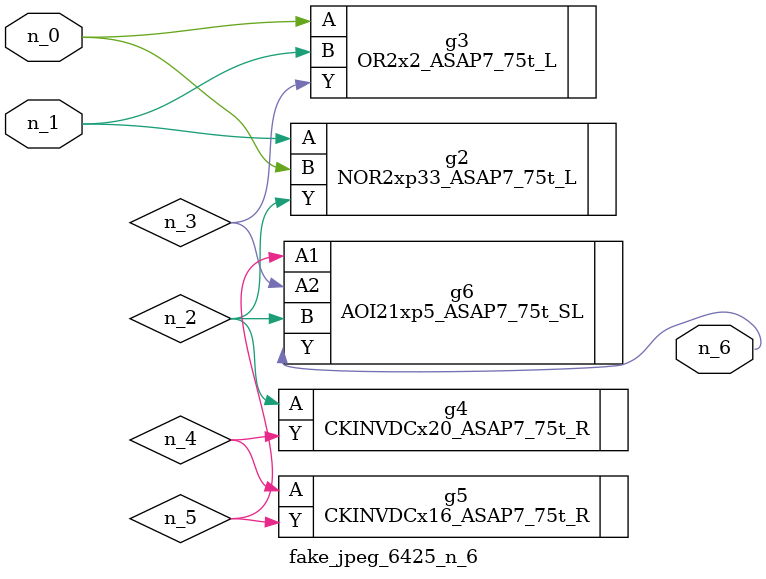
<source format=v>
module fake_jpeg_6425_n_6 (n_0, n_1, n_6);

input n_0;
input n_1;

output n_6;

wire n_2;
wire n_3;
wire n_4;
wire n_5;

NOR2xp33_ASAP7_75t_L g2 ( 
.A(n_1),
.B(n_0),
.Y(n_2)
);

OR2x2_ASAP7_75t_L g3 ( 
.A(n_0),
.B(n_1),
.Y(n_3)
);

CKINVDCx20_ASAP7_75t_R g4 ( 
.A(n_2),
.Y(n_4)
);

CKINVDCx16_ASAP7_75t_R g5 ( 
.A(n_4),
.Y(n_5)
);

AOI21xp5_ASAP7_75t_SL g6 ( 
.A1(n_5),
.A2(n_3),
.B(n_2),
.Y(n_6)
);


endmodule
</source>
